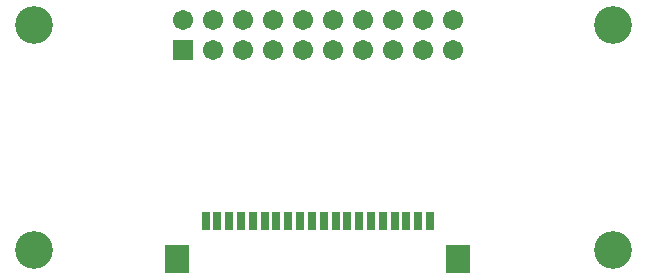
<source format=gbs>
G04*
G04 #@! TF.GenerationSoftware,Altium Limited,Altium Designer,23.9.2 (47)*
G04*
G04 Layer_Color=16711935*
%FSLAX44Y44*%
%MOMM*%
G71*
G04*
G04 #@! TF.SameCoordinates,E7A4BE84-EE4C-4B8F-86C3-5DBB0D0320C3*
G04*
G04*
G04 #@! TF.FilePolarity,Negative*
G04*
G01*
G75*
%ADD16C,1.7032*%
%ADD17R,1.7032X1.7032*%
%ADD18C,3.2032*%
%ADD25R,2.0032X2.4032*%
%ADD26R,0.8032X1.5032*%
D16*
X155700Y224840D02*
D03*
X231900D02*
D03*
X206500D02*
D03*
X308100D02*
D03*
X282700D02*
D03*
X384300D02*
D03*
X358900D02*
D03*
X206500Y199440D02*
D03*
X231900D02*
D03*
X282700D02*
D03*
X308100D02*
D03*
X358900D02*
D03*
X384300D02*
D03*
X257300Y224840D02*
D03*
X181100D02*
D03*
X333500D02*
D03*
X181100Y199440D02*
D03*
X257300D02*
D03*
X333500D02*
D03*
D17*
X155700D02*
D03*
D18*
X520000Y30000D02*
D03*
Y220000D02*
D03*
X30000D02*
D03*
Y30000D02*
D03*
D25*
X151000Y22041D02*
D03*
X389000D02*
D03*
D26*
X335000Y54541D02*
D03*
X325000D02*
D03*
X345000D02*
D03*
X355000D02*
D03*
X365000D02*
D03*
X305000D02*
D03*
X295000D02*
D03*
X315000D02*
D03*
X285000D02*
D03*
X275000D02*
D03*
X265000D02*
D03*
X255000D02*
D03*
X245000D02*
D03*
X235000D02*
D03*
X225000D02*
D03*
X215000D02*
D03*
X205000D02*
D03*
X195000D02*
D03*
X185000D02*
D03*
X175000D02*
D03*
M02*

</source>
